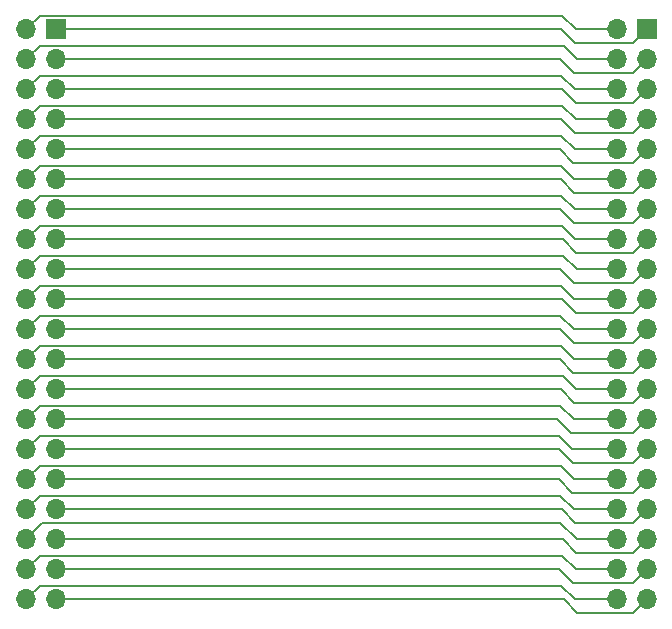
<source format=gbl>
%TF.GenerationSoftware,KiCad,Pcbnew,8.0.2-8.0.2-0~ubuntu24.04.1*%
%TF.CreationDate,2024-05-08T14:09:33+02:00*%
%TF.ProjectId,astrobox_rpi_line,61737472-6f62-46f7-985f-7270695f6c69,rev?*%
%TF.SameCoordinates,Original*%
%TF.FileFunction,Copper,L2,Bot*%
%TF.FilePolarity,Positive*%
%FSLAX46Y46*%
G04 Gerber Fmt 4.6, Leading zero omitted, Abs format (unit mm)*
G04 Created by KiCad (PCBNEW 8.0.2-8.0.2-0~ubuntu24.04.1) date 2024-05-08 14:09:33*
%MOMM*%
%LPD*%
G01*
G04 APERTURE LIST*
%TA.AperFunction,ComponentPad*%
%ADD10R,1.700000X1.700000*%
%TD*%
%TA.AperFunction,ComponentPad*%
%ADD11O,1.700000X1.700000*%
%TD*%
%TA.AperFunction,Conductor*%
%ADD12C,0.200000*%
%TD*%
G04 APERTURE END LIST*
D10*
X120000000Y-55000000D03*
D11*
X117460000Y-55000000D03*
X120000000Y-57540000D03*
X117460000Y-57540000D03*
X120000000Y-60080000D03*
X117460000Y-60080000D03*
X120000000Y-62620000D03*
X117460000Y-62620000D03*
X120000000Y-65160000D03*
X117460000Y-65160000D03*
X120000000Y-67700000D03*
X117460000Y-67700000D03*
X120000000Y-70240000D03*
X117460000Y-70240000D03*
X120000000Y-72780000D03*
X117460000Y-72780000D03*
X120000000Y-75320000D03*
X117460000Y-75320000D03*
X120000000Y-77860000D03*
X117460000Y-77860000D03*
X120000000Y-80400000D03*
X117460000Y-80400000D03*
X120000000Y-82940000D03*
X117460000Y-82940000D03*
X120000000Y-85480000D03*
X117460000Y-85480000D03*
X120000000Y-88020000D03*
X117460000Y-88020000D03*
X120000000Y-90560000D03*
X117460000Y-90560000D03*
X120000000Y-93100000D03*
X117460000Y-93100000D03*
X120000000Y-95640000D03*
X117460000Y-95640000D03*
X120000000Y-98180000D03*
X117460000Y-98180000D03*
X120000000Y-100720000D03*
X117460000Y-100720000D03*
X120000000Y-103260000D03*
X117460000Y-103260000D03*
D10*
X170000000Y-55000000D03*
D11*
X167460000Y-55000000D03*
X170000000Y-57540000D03*
X167460000Y-57540000D03*
X170000000Y-60080000D03*
X167460000Y-60080000D03*
X170000000Y-62620000D03*
X167460000Y-62620000D03*
X170000000Y-65160000D03*
X167460000Y-65160000D03*
X170000000Y-67700000D03*
X167460000Y-67700000D03*
X170000000Y-70240000D03*
X167460000Y-70240000D03*
X170000000Y-72780000D03*
X167460000Y-72780000D03*
X170000000Y-75320000D03*
X167460000Y-75320000D03*
X170000000Y-77860000D03*
X167460000Y-77860000D03*
X170000000Y-80400000D03*
X167460000Y-80400000D03*
X170000000Y-82940000D03*
X167460000Y-82940000D03*
X170000000Y-85480000D03*
X167460000Y-85480000D03*
X170000000Y-88020000D03*
X167460000Y-88020000D03*
X170000000Y-90560000D03*
X167460000Y-90560000D03*
X170000000Y-93100000D03*
X167460000Y-93100000D03*
X170000000Y-95640000D03*
X167460000Y-95640000D03*
X170000000Y-98180000D03*
X167460000Y-98180000D03*
X170000000Y-100720000D03*
X167460000Y-100720000D03*
X170000000Y-103260000D03*
X167460000Y-103260000D03*
D12*
X120000000Y-103260000D02*
X162975400Y-103260000D01*
X162975400Y-103260000D02*
X164125400Y-104410000D01*
X168850000Y-104410000D02*
X170000000Y-103260000D01*
X164125400Y-104410000D02*
X168850000Y-104410000D01*
X168850000Y-68850000D02*
X170000000Y-67700000D01*
X120000000Y-67700000D02*
X162721400Y-67700000D01*
X162721400Y-67700000D02*
X163871400Y-68850000D01*
X163871400Y-68850000D02*
X168850000Y-68850000D01*
X163820600Y-76470000D02*
X168850000Y-76470000D01*
X162670600Y-75320000D02*
X163820600Y-76470000D01*
X120000000Y-75320000D02*
X162670600Y-75320000D01*
X168850000Y-76470000D02*
X170000000Y-75320000D01*
X164067600Y-98180000D02*
X162677600Y-96790000D01*
X118850000Y-96790000D02*
X117460000Y-98180000D01*
X162677600Y-96790000D02*
X118850000Y-96790000D01*
X167460000Y-98180000D02*
X164067600Y-98180000D01*
X164118400Y-57540000D02*
X162968400Y-56390000D01*
X118610000Y-56390000D02*
X117460000Y-57540000D01*
X167460000Y-57540000D02*
X164118400Y-57540000D01*
X162968400Y-56390000D02*
X118610000Y-56390000D01*
X120000000Y-60080000D02*
X162848400Y-60080000D01*
X168850000Y-61230000D02*
X170000000Y-60080000D01*
X162848400Y-60080000D02*
X163998400Y-61230000D01*
X163998400Y-61230000D02*
X168850000Y-61230000D01*
X120000000Y-57540000D02*
X162670600Y-57540000D01*
X163820600Y-58690000D02*
X168850000Y-58690000D01*
X168850000Y-58690000D02*
X170000000Y-57540000D01*
X162670600Y-57540000D02*
X163820600Y-58690000D01*
X163744400Y-91710000D02*
X168850000Y-91710000D01*
X162594400Y-90560000D02*
X163744400Y-91710000D01*
X168850000Y-91710000D02*
X170000000Y-90560000D01*
X120000000Y-90560000D02*
X162594400Y-90560000D01*
X162721400Y-85480000D02*
X163871400Y-86630000D01*
X120000000Y-85480000D02*
X162721400Y-85480000D01*
X163871400Y-86630000D02*
X168850000Y-86630000D01*
X168850000Y-86630000D02*
X170000000Y-85480000D01*
X162714400Y-76710000D02*
X118610000Y-76710000D01*
X118610000Y-76710000D02*
X117460000Y-77860000D01*
X163864400Y-77860000D02*
X162714400Y-76710000D01*
X167460000Y-77860000D02*
X163864400Y-77860000D01*
X164016800Y-55000000D02*
X167460000Y-55000000D01*
X117460000Y-55000000D02*
X118610000Y-53850000D01*
X162866800Y-53850000D02*
X164016800Y-55000000D01*
X118610000Y-53850000D02*
X162866800Y-53850000D01*
X163991400Y-100720000D02*
X162841400Y-99570000D01*
X162841400Y-99570000D02*
X118610000Y-99570000D01*
X167460000Y-100720000D02*
X163991400Y-100720000D01*
X118610000Y-99570000D02*
X117460000Y-100720000D01*
X120000000Y-65160000D02*
X162645200Y-65160000D01*
X163795200Y-66310000D02*
X168850000Y-66310000D01*
X162645200Y-65160000D02*
X163795200Y-66310000D01*
X168850000Y-66310000D02*
X170000000Y-65160000D01*
X120000000Y-62620000D02*
X162746800Y-62620000D01*
X162746800Y-62620000D02*
X163896800Y-63770000D01*
X168850000Y-63770000D02*
X170000000Y-62620000D01*
X163896800Y-63770000D02*
X168850000Y-63770000D01*
X163813600Y-88020000D02*
X162663600Y-86870000D01*
X167460000Y-88020000D02*
X163813600Y-88020000D01*
X162663600Y-86870000D02*
X118610000Y-86870000D01*
X118610000Y-86870000D02*
X117460000Y-88020000D01*
X163973000Y-96790000D02*
X168850000Y-96790000D01*
X162823000Y-95640000D02*
X163973000Y-96790000D01*
X168850000Y-96790000D02*
X170000000Y-95640000D01*
X120000000Y-95640000D02*
X162823000Y-95640000D01*
X120000000Y-77860000D02*
X162873800Y-77860000D01*
X164023800Y-79010000D02*
X168850000Y-79010000D01*
X162873800Y-77860000D02*
X164023800Y-79010000D01*
X168850000Y-79010000D02*
X170000000Y-77860000D01*
X167460000Y-90560000D02*
X163712000Y-90560000D01*
X162562000Y-89410000D02*
X118610000Y-89410000D01*
X118610000Y-89410000D02*
X117460000Y-90560000D01*
X163712000Y-90560000D02*
X162562000Y-89410000D01*
X167460000Y-67700000D02*
X163889800Y-67700000D01*
X118610000Y-66550000D02*
X117460000Y-67700000D01*
X163889800Y-67700000D02*
X162739800Y-66550000D01*
X162739800Y-66550000D02*
X118610000Y-66550000D01*
X162696000Y-80400000D02*
X163846000Y-81550000D01*
X163846000Y-81550000D02*
X168850000Y-81550000D01*
X120000000Y-80400000D02*
X162696000Y-80400000D01*
X168850000Y-81550000D02*
X170000000Y-80400000D01*
X164067600Y-75320000D02*
X162917600Y-74170000D01*
X162917600Y-74170000D02*
X118610000Y-74170000D01*
X167460000Y-75320000D02*
X164067600Y-75320000D01*
X118610000Y-74170000D02*
X117460000Y-75320000D01*
X163940600Y-103260000D02*
X162790600Y-102110000D01*
X118610000Y-102110000D02*
X117460000Y-103260000D01*
X162790600Y-102110000D02*
X118610000Y-102110000D01*
X167460000Y-103260000D02*
X163940600Y-103260000D01*
X167460000Y-65160000D02*
X163940600Y-65160000D01*
X162790600Y-64010000D02*
X118610000Y-64010000D01*
X118610000Y-64010000D02*
X117460000Y-65160000D01*
X163940600Y-65160000D02*
X162790600Y-64010000D01*
X162569000Y-93100000D02*
X163719000Y-94250000D01*
X120000000Y-93100000D02*
X162569000Y-93100000D01*
X168850000Y-94250000D02*
X170000000Y-93100000D01*
X163719000Y-94250000D02*
X168850000Y-94250000D01*
X118610000Y-79250000D02*
X117460000Y-80400000D01*
X162689000Y-79250000D02*
X118610000Y-79250000D01*
X163839000Y-80400000D02*
X162689000Y-79250000D01*
X167460000Y-80400000D02*
X163839000Y-80400000D01*
X167460000Y-60080000D02*
X163915200Y-60080000D01*
X118610000Y-58930000D02*
X117460000Y-60080000D01*
X163915200Y-60080000D02*
X162765200Y-58930000D01*
X162765200Y-58930000D02*
X118610000Y-58930000D01*
X118610000Y-84330000D02*
X117460000Y-85480000D01*
X167460000Y-85480000D02*
X164042200Y-85480000D01*
X164042200Y-85480000D02*
X162892200Y-84330000D01*
X162892200Y-84330000D02*
X118610000Y-84330000D01*
X162816000Y-71630000D02*
X118610000Y-71630000D01*
X163966000Y-72780000D02*
X162816000Y-71630000D01*
X167460000Y-72780000D02*
X163966000Y-72780000D01*
X118610000Y-71630000D02*
X117460000Y-72780000D01*
X162645200Y-82940000D02*
X163795200Y-84090000D01*
X168850000Y-84090000D02*
X170000000Y-82940000D01*
X120000000Y-82940000D02*
X162645200Y-82940000D01*
X163795200Y-84090000D02*
X168850000Y-84090000D01*
X120000000Y-72780000D02*
X162899200Y-72780000D01*
X164049200Y-73930000D02*
X168850000Y-73930000D01*
X168850000Y-73930000D02*
X170000000Y-72780000D01*
X162899200Y-72780000D02*
X164049200Y-73930000D01*
X162772200Y-55000000D02*
X163922200Y-56150000D01*
X163922200Y-56150000D02*
X168850000Y-56150000D01*
X168850000Y-56150000D02*
X170000000Y-55000000D01*
X120000000Y-55000000D02*
X162772200Y-55000000D01*
X163991400Y-62620000D02*
X162841400Y-61470000D01*
X167460000Y-62620000D02*
X163991400Y-62620000D01*
X162841400Y-61470000D02*
X118610000Y-61470000D01*
X118610000Y-61470000D02*
X117460000Y-62620000D01*
X162790600Y-69090000D02*
X118610000Y-69090000D01*
X163940600Y-70240000D02*
X162790600Y-69090000D01*
X167460000Y-70240000D02*
X163940600Y-70240000D01*
X118610000Y-69090000D02*
X117460000Y-70240000D01*
X162696000Y-70240000D02*
X163846000Y-71390000D01*
X168850000Y-71390000D02*
X170000000Y-70240000D01*
X120000000Y-70240000D02*
X162696000Y-70240000D01*
X163846000Y-71390000D02*
X168850000Y-71390000D01*
X162594400Y-100720000D02*
X163744400Y-101870000D01*
X163744400Y-101870000D02*
X168850000Y-101870000D01*
X120000000Y-100720000D02*
X162594400Y-100720000D01*
X168850000Y-101870000D02*
X170000000Y-100720000D01*
X162899200Y-98180000D02*
X164049200Y-99330000D01*
X164049200Y-99330000D02*
X168850000Y-99330000D01*
X168850000Y-99330000D02*
X170000000Y-98180000D01*
X120000000Y-98180000D02*
X162899200Y-98180000D01*
X163864400Y-82940000D02*
X162714400Y-81790000D01*
X162714400Y-81790000D02*
X118610000Y-81790000D01*
X167460000Y-82940000D02*
X163864400Y-82940000D01*
X118610000Y-81790000D02*
X117460000Y-82940000D01*
X162739800Y-91950000D02*
X118610000Y-91950000D01*
X118610000Y-91950000D02*
X117460000Y-93100000D01*
X167460000Y-93100000D02*
X163889800Y-93100000D01*
X163889800Y-93100000D02*
X162739800Y-91950000D01*
X118610000Y-94490000D02*
X117460000Y-95640000D01*
X162689000Y-94490000D02*
X118610000Y-94490000D01*
X167460000Y-95640000D02*
X163839000Y-95640000D01*
X163839000Y-95640000D02*
X162689000Y-94490000D01*
X120000000Y-88020000D02*
X162416600Y-88020000D01*
X163566600Y-89170000D02*
X168850000Y-89170000D01*
X168850000Y-89170000D02*
X170000000Y-88020000D01*
X162416600Y-88020000D02*
X163566600Y-89170000D01*
M02*

</source>
